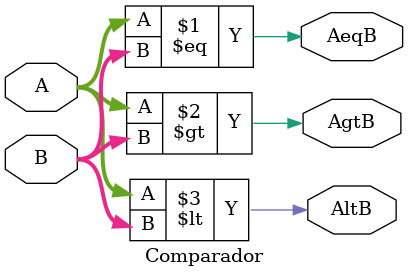
<source format=v>

module Comparador (
	input [7:0] A,
	input [7:0] B,
	
	output AgtB,
	output AeqB,
	output AltB

);


assign AeqB = A==B;
assign AgtB = A>B;
assign AltB = A<B;

endmodule

</source>
